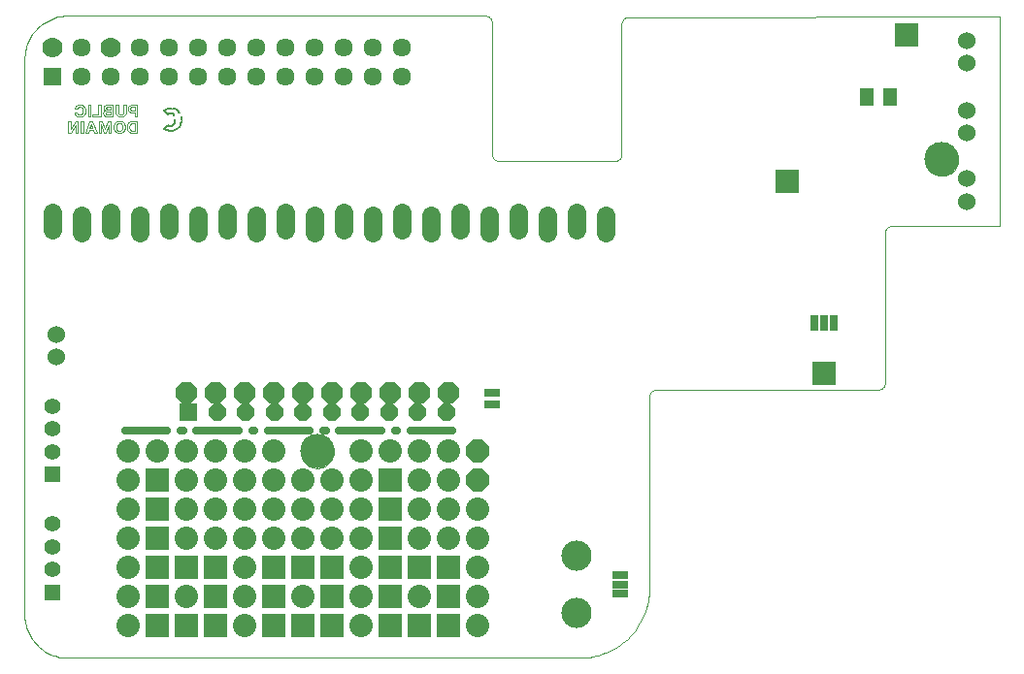
<source format=gbs>
G75*
G70*
%OFA0B0*%
%FSLAX24Y24*%
%IPPOS*%
%LPD*%
%AMOC8*
5,1,8,0,0,1.08239X$1,22.5*
%
%ADD10R,0.0450X0.0600*%
%ADD11C,0.0020*%
%ADD12C,0.0050*%
%ADD13C,0.0040*%
%ADD14C,0.0250*%
%ADD15C,0.0000*%
%ADD16R,0.0634X0.0634*%
%ADD17C,0.0700*%
%ADD18C,0.0634*%
%ADD19C,0.1182*%
%ADD20C,0.0600*%
%ADD21R,0.0555X0.0555*%
%ADD22C,0.0555*%
%ADD23C,0.0640*%
%ADD24OC8,0.0740*%
%ADD25C,0.1040*%
%ADD26R,0.0840X0.0840*%
%ADD27R,0.0540X0.0290*%
%ADD28R,0.0290X0.0540*%
%ADD29R,0.0594X0.0594*%
%ADD30OC8,0.0594*%
%ADD31C,0.0800*%
%ADD32R,0.0800X0.0800*%
%ADD33OC8,0.0800*%
D10*
X035799Y020724D03*
X036599Y020724D03*
D11*
X010737Y020451D02*
X010737Y020053D01*
X010650Y020053D01*
X010650Y020196D01*
X010534Y020196D01*
X010513Y020199D01*
X010496Y020206D01*
X010478Y020214D01*
X010464Y020223D01*
X010453Y020235D01*
X010442Y020247D01*
X010434Y020261D01*
X010429Y020276D01*
X010424Y020292D01*
X010422Y020307D01*
X010422Y020340D01*
X010424Y020356D01*
X010429Y020371D01*
X010434Y020386D01*
X010442Y020400D01*
X010453Y020412D01*
X010464Y020423D01*
X010478Y020433D01*
X010496Y020440D01*
X010513Y020447D01*
X010534Y020451D01*
X010737Y020451D01*
X010650Y020383D02*
X010650Y020264D01*
X010583Y020264D01*
X010573Y020264D01*
X010563Y020264D01*
X010554Y020266D01*
X010545Y020267D01*
X010536Y020270D01*
X010529Y020275D01*
X010522Y020279D01*
X010517Y020285D01*
X010512Y020293D01*
X010508Y020300D01*
X010506Y020311D01*
X010506Y020336D01*
X010508Y020346D01*
X010512Y020354D01*
X010517Y020362D01*
X010522Y020368D01*
X010529Y020372D01*
X010536Y020376D01*
X010544Y020379D01*
X010554Y020381D01*
X010563Y020382D01*
X010573Y020383D01*
X010650Y020383D01*
X010347Y020451D02*
X010347Y020149D01*
X010332Y020109D01*
X010303Y020083D01*
X010273Y020057D01*
X010232Y020044D01*
X010125Y020044D01*
X010084Y020057D01*
X010054Y020083D01*
X010024Y020109D01*
X010009Y020149D01*
X010009Y020451D01*
X010096Y020451D01*
X010096Y020174D01*
X010102Y020152D01*
X010114Y020138D01*
X010126Y020124D01*
X010147Y020117D01*
X010196Y020117D01*
X010210Y020119D01*
X010231Y020129D01*
X010239Y020136D01*
X010245Y020144D01*
X010251Y020152D01*
X010255Y020161D01*
X010257Y020171D01*
X010259Y020182D01*
X010260Y020193D01*
X010260Y020451D01*
X010347Y020451D01*
X009905Y020451D02*
X009905Y020053D01*
X009696Y020053D01*
X009679Y020055D01*
X009662Y020059D01*
X009645Y020064D01*
X009630Y020071D01*
X009617Y020080D01*
X009604Y020089D01*
X009593Y020101D01*
X009586Y020116D01*
X009578Y020131D01*
X009574Y020148D01*
X009574Y020193D01*
X009580Y020214D01*
X009592Y020232D01*
X009604Y020250D01*
X009622Y020262D01*
X009646Y020269D01*
X009629Y020278D01*
X009615Y020289D01*
X009606Y020302D01*
X009597Y020316D01*
X009593Y020332D01*
X009593Y020371D01*
X009596Y020387D01*
X009602Y020399D01*
X009608Y020412D01*
X009616Y020422D01*
X009628Y020430D01*
X009639Y020437D01*
X009652Y020443D01*
X009668Y020446D01*
X009683Y020449D01*
X009700Y020451D01*
X009905Y020451D01*
X009818Y020383D02*
X009818Y020290D01*
X009714Y020290D01*
X009702Y020294D01*
X009692Y020301D01*
X009682Y020309D01*
X009677Y020321D01*
X009677Y020347D01*
X009678Y020354D01*
X009682Y020360D01*
X009685Y020366D01*
X009690Y020371D01*
X009695Y020374D01*
X009701Y020377D01*
X009707Y020380D01*
X009714Y020381D01*
X009722Y020382D01*
X009729Y020383D01*
X009818Y020383D01*
X009818Y020230D02*
X009818Y020121D01*
X009716Y020121D01*
X009708Y020122D01*
X009701Y020123D01*
X009693Y020125D01*
X009686Y020128D01*
X009680Y020132D01*
X009674Y020136D01*
X009669Y020141D01*
X009666Y020148D01*
X009662Y020154D01*
X009660Y020163D01*
X009660Y020194D01*
X009666Y020208D01*
X009678Y020217D01*
X009689Y020226D01*
X009704Y020230D01*
X009818Y020230D01*
X009487Y020053D02*
X009487Y020451D01*
X009399Y020451D01*
X009399Y020126D01*
X009207Y020126D01*
X009207Y020053D01*
X009487Y020053D01*
X009536Y019893D02*
X009414Y019893D01*
X009414Y019495D01*
X009495Y019495D01*
X009495Y019777D01*
X009496Y019777D01*
X009593Y019495D01*
X009660Y019495D01*
X009757Y019774D01*
X009758Y019774D01*
X009758Y019495D01*
X009840Y019495D01*
X009840Y019893D01*
X009718Y019893D01*
X009625Y019619D01*
X009624Y019619D01*
X009536Y019893D01*
X009198Y019893D02*
X009347Y019495D01*
X009260Y019495D01*
X009229Y019583D01*
X009081Y019583D01*
X009051Y019495D01*
X008960Y019495D01*
X009108Y019893D01*
X009198Y019893D01*
X009154Y019795D02*
X009206Y019649D01*
X009103Y019649D01*
X009153Y019795D01*
X009154Y019795D01*
X009133Y020053D02*
X009133Y020451D01*
X009046Y020451D01*
X009046Y020053D01*
X009133Y020053D01*
X008936Y020144D02*
X008945Y020169D01*
X008954Y020194D01*
X008958Y020221D01*
X008958Y020280D01*
X008954Y020308D01*
X008945Y020333D01*
X008936Y020359D01*
X008923Y020381D01*
X008907Y020400D01*
X008890Y020419D01*
X008869Y020434D01*
X008845Y020444D01*
X008821Y020455D01*
X008794Y020461D01*
X008742Y020461D01*
X008721Y020457D01*
X008702Y020451D01*
X008682Y020445D01*
X008665Y020436D01*
X008634Y020412D01*
X008622Y020396D01*
X008602Y020361D01*
X008595Y020340D01*
X008593Y020317D01*
X008677Y020317D01*
X008679Y020327D01*
X008682Y020336D01*
X008687Y020345D01*
X008692Y020353D01*
X008699Y020360D01*
X008707Y020367D01*
X008714Y020373D01*
X008723Y020378D01*
X008733Y020382D01*
X008743Y020385D01*
X008753Y020387D01*
X008783Y020387D01*
X008800Y020383D01*
X008814Y020375D01*
X008827Y020368D01*
X008838Y020358D01*
X008847Y020345D01*
X008855Y020332D01*
X008861Y020317D01*
X008865Y020301D01*
X008869Y020285D01*
X008871Y020268D01*
X008871Y020233D01*
X008869Y020217D01*
X008861Y020186D01*
X008855Y020171D01*
X008847Y020159D01*
X008838Y020146D01*
X008827Y020136D01*
X008814Y020128D01*
X008800Y020121D01*
X008783Y020117D01*
X008737Y020117D01*
X008716Y020125D01*
X008701Y020141D01*
X008686Y020158D01*
X008677Y020179D01*
X008674Y020206D01*
X008590Y020206D01*
X008592Y020181D01*
X008597Y020159D01*
X008607Y020139D01*
X008616Y020119D01*
X008628Y020101D01*
X008658Y020073D01*
X008676Y020062D01*
X008696Y020055D01*
X008717Y020048D01*
X008739Y020044D01*
X008794Y020044D01*
X008821Y020049D01*
X008845Y020060D01*
X008869Y020070D01*
X008890Y020085D01*
X008907Y020104D01*
X008923Y020122D01*
X008936Y020144D01*
X008894Y019893D02*
X008807Y019893D01*
X008807Y019495D01*
X008894Y019495D01*
X008894Y019893D01*
X008701Y019893D02*
X008701Y019495D01*
X008619Y019495D01*
X008619Y019762D01*
X008618Y019762D01*
X008454Y019495D01*
X008367Y019495D01*
X008367Y019893D01*
X008448Y019893D01*
X008448Y019626D01*
X008449Y019626D01*
X008614Y019893D01*
X008701Y019893D01*
X009927Y019722D02*
X009927Y019663D01*
X009931Y019636D01*
X009940Y019611D01*
X009949Y019586D01*
X009962Y019564D01*
X009979Y019546D01*
X009995Y019527D01*
X010015Y019513D01*
X010064Y019491D01*
X010091Y019486D01*
X010152Y019486D01*
X010179Y019491D01*
X010203Y019502D01*
X010228Y019513D01*
X010248Y019527D01*
X010265Y019546D01*
X010281Y019564D01*
X010294Y019586D01*
X010303Y019611D01*
X010312Y019636D01*
X010316Y019663D01*
X010316Y019722D01*
X010312Y019750D01*
X010303Y019775D01*
X010294Y019801D01*
X010281Y019823D01*
X010265Y019842D01*
X010248Y019861D01*
X010228Y019876D01*
X010203Y019887D01*
X010179Y019897D01*
X010152Y019903D01*
X010091Y019903D01*
X010064Y019897D01*
X010015Y019876D01*
X009995Y019861D01*
X009979Y019842D01*
X009962Y019823D01*
X009949Y019801D01*
X009940Y019775D01*
X009931Y019750D01*
X009927Y019722D01*
X010014Y019710D02*
X010016Y019727D01*
X010024Y019759D01*
X010030Y019774D01*
X010038Y019787D01*
X010047Y019800D01*
X010058Y019810D01*
X010072Y019817D01*
X010085Y019825D01*
X010102Y019829D01*
X010141Y019829D01*
X010158Y019825D01*
X010172Y019817D01*
X010185Y019810D01*
X010196Y019800D01*
X010205Y019787D01*
X010213Y019774D01*
X010219Y019759D01*
X010223Y019743D01*
X010227Y019727D01*
X010229Y019710D01*
X010229Y019692D01*
X010229Y019676D01*
X010227Y019659D01*
X010223Y019644D01*
X010219Y019628D01*
X010213Y019613D01*
X010205Y019601D01*
X010196Y019588D01*
X010185Y019578D01*
X010172Y019570D01*
X010158Y019563D01*
X010141Y019559D01*
X010102Y019559D01*
X010085Y019563D01*
X010072Y019570D01*
X010058Y019578D01*
X010047Y019588D01*
X010038Y019601D01*
X010030Y019613D01*
X010024Y019628D01*
X010020Y019644D01*
X010016Y019659D01*
X010014Y019676D01*
X010014Y019710D01*
X010387Y019729D02*
X010387Y019667D01*
X010391Y019640D01*
X010398Y019616D01*
X010405Y019591D01*
X010416Y019570D01*
X010431Y019552D01*
X010446Y019534D01*
X010465Y019520D01*
X010487Y019510D01*
X010510Y019500D01*
X010536Y019495D01*
X010737Y019495D01*
X010737Y019893D01*
X010541Y019893D01*
X010517Y019889D01*
X010495Y019881D01*
X010473Y019873D01*
X010454Y019860D01*
X010438Y019844D01*
X010422Y019828D01*
X010410Y019807D01*
X010400Y019783D01*
X010391Y019758D01*
X010387Y019729D01*
X010476Y019726D02*
X010480Y019742D01*
X010484Y019759D01*
X010490Y019772D01*
X010499Y019784D01*
X010508Y019796D01*
X010519Y019804D01*
X010534Y019810D01*
X010549Y019817D01*
X010567Y019820D01*
X010650Y019820D01*
X010650Y019569D01*
X010573Y019569D01*
X010573Y019569D01*
X010560Y019569D01*
X010548Y019570D01*
X010536Y019575D01*
X010524Y019579D01*
X010514Y019586D01*
X010504Y019595D01*
X010495Y019604D01*
X010488Y019617D01*
X010482Y019632D01*
X010477Y019647D01*
X010474Y019666D01*
X010474Y019708D01*
X010476Y019726D01*
D12*
X011672Y019644D02*
X011728Y019703D01*
X011782Y019760D01*
X011823Y019725D01*
X011868Y019713D01*
X011923Y019735D01*
X011960Y019758D01*
X011985Y019790D01*
X012011Y019823D01*
X012026Y019867D01*
X012032Y019910D01*
X012034Y019924D02*
X012035Y019938D01*
X012035Y019951D01*
X011995Y020108D02*
X011988Y020119D01*
X011979Y020128D02*
X011956Y020155D01*
X011924Y020173D01*
X011849Y020173D01*
X011822Y020162D01*
X011802Y020148D01*
X011793Y020142D01*
X011786Y020135D02*
X011779Y020129D01*
X011727Y020183D01*
X011659Y020254D01*
X011694Y020284D01*
X011731Y020304D01*
X011767Y020316D01*
X011814Y020332D01*
X011858Y020336D01*
X011917Y020336D01*
X011942Y020334D01*
X011964Y020330D02*
X012036Y020318D01*
X012094Y020288D01*
X012140Y020245D01*
X012159Y020226D01*
X012177Y020205D02*
X012191Y020181D01*
X012244Y020045D02*
X012248Y020024D01*
X012251Y020004D01*
X012253Y019982D01*
X012254Y019958D02*
X012254Y019946D01*
X012252Y019894D02*
X012249Y019871D01*
X012243Y019829D01*
X012232Y019792D01*
X012217Y019759D01*
X012185Y019691D01*
X012136Y019645D01*
X012082Y019614D01*
X012020Y019579D01*
X011951Y019566D01*
X011854Y019566D01*
X011815Y019573D01*
X011780Y019585D01*
X011763Y019590D01*
X011746Y019597D01*
X011731Y019605D01*
X011716Y019613D01*
X011702Y019622D01*
X011688Y019631D01*
X011682Y019635D02*
X011677Y019640D01*
D13*
X011672Y019644D01*
X011682Y019635D02*
X011688Y019631D01*
X012032Y019910D02*
X012034Y019924D01*
X011988Y020119D02*
X011979Y020128D01*
X011793Y020142D02*
X011786Y020135D01*
X011942Y020334D02*
X011964Y020330D01*
X012159Y020226D02*
X012177Y020205D01*
X012253Y019982D02*
X012254Y019970D01*
X012254Y019958D01*
X012254Y019946D02*
X012254Y019919D01*
X012252Y019894D01*
D14*
X012236Y009274D02*
X012311Y009274D01*
X012774Y009274D02*
X014224Y009274D01*
X014686Y009274D02*
X014761Y009274D01*
X015224Y009274D02*
X016674Y009274D01*
X017136Y009274D02*
X017211Y009274D01*
X017674Y009274D02*
X019124Y009274D01*
X019586Y009274D02*
X019661Y009274D01*
X020124Y009274D02*
X021574Y009274D01*
X011774Y009274D02*
X010324Y009274D01*
D15*
X006865Y002944D02*
X006873Y022025D01*
X006875Y022101D01*
X006881Y022176D01*
X006890Y022252D01*
X006904Y022326D01*
X006921Y022400D01*
X006942Y022473D01*
X006967Y022545D01*
X006995Y022616D01*
X007026Y022685D01*
X007062Y022752D01*
X007100Y022818D01*
X007142Y022881D01*
X007187Y022942D01*
X007235Y023001D01*
X007286Y023058D01*
X007340Y023111D01*
X007396Y023162D01*
X007455Y023210D01*
X007516Y023255D01*
X007580Y023297D01*
X007645Y023336D01*
X007712Y023371D01*
X007782Y023402D01*
X007852Y023431D01*
X007924Y023455D01*
X007997Y023476D01*
X008071Y023493D01*
X008146Y023507D01*
X008221Y023516D01*
X008297Y023522D01*
X008373Y023524D01*
X022674Y023524D01*
X022704Y023522D01*
X022734Y023517D01*
X022763Y023508D01*
X022790Y023495D01*
X022816Y023480D01*
X022840Y023461D01*
X022861Y023440D01*
X022880Y023416D01*
X022895Y023390D01*
X022908Y023363D01*
X022917Y023334D01*
X022922Y023304D01*
X022924Y023274D01*
X022924Y018774D01*
X022926Y018744D01*
X022931Y018714D01*
X022940Y018685D01*
X022953Y018658D01*
X022968Y018632D01*
X022987Y018608D01*
X023008Y018587D01*
X023032Y018568D01*
X023058Y018553D01*
X023085Y018540D01*
X023114Y018531D01*
X023144Y018526D01*
X023174Y018524D01*
X027124Y018524D01*
X027154Y018526D01*
X027184Y018531D01*
X027213Y018540D01*
X027240Y018553D01*
X027266Y018568D01*
X027290Y018587D01*
X027311Y018608D01*
X027330Y018632D01*
X027345Y018658D01*
X027358Y018685D01*
X027367Y018714D01*
X027372Y018744D01*
X027374Y018774D01*
X027374Y023225D01*
X027376Y023255D01*
X027381Y023285D01*
X027390Y023314D01*
X027403Y023341D01*
X027418Y023367D01*
X027437Y023391D01*
X027458Y023412D01*
X027482Y023431D01*
X027508Y023446D01*
X027535Y023459D01*
X027564Y023468D01*
X027594Y023473D01*
X027624Y023475D01*
X040364Y023484D01*
X040364Y016304D01*
X036674Y016304D01*
X036644Y016302D01*
X036614Y016297D01*
X036585Y016288D01*
X036558Y016275D01*
X036532Y016260D01*
X036508Y016241D01*
X036487Y016220D01*
X036468Y016196D01*
X036453Y016170D01*
X036440Y016143D01*
X036431Y016114D01*
X036426Y016084D01*
X036424Y016054D01*
X036424Y010914D01*
X036422Y010884D01*
X036417Y010854D01*
X036408Y010825D01*
X036395Y010798D01*
X036380Y010772D01*
X036361Y010748D01*
X036340Y010727D01*
X036316Y010708D01*
X036290Y010693D01*
X036263Y010680D01*
X036234Y010671D01*
X036204Y010666D01*
X036174Y010664D01*
X028574Y010664D01*
X028544Y010662D01*
X028514Y010657D01*
X028485Y010648D01*
X028458Y010635D01*
X028432Y010620D01*
X028408Y010601D01*
X028387Y010580D01*
X028368Y010556D01*
X028353Y010530D01*
X028340Y010503D01*
X028331Y010474D01*
X028326Y010444D01*
X028324Y010414D01*
X028324Y003844D01*
X028321Y003730D01*
X028313Y003616D01*
X028300Y003502D01*
X028281Y003390D01*
X028256Y003278D01*
X028227Y003168D01*
X028192Y003059D01*
X028152Y002952D01*
X028107Y002847D01*
X028057Y002744D01*
X028002Y002644D01*
X027943Y002546D01*
X027879Y002452D01*
X027811Y002360D01*
X027738Y002272D01*
X027661Y002188D01*
X027580Y002107D01*
X027496Y002030D01*
X027408Y001957D01*
X027316Y001889D01*
X027222Y001825D01*
X027124Y001766D01*
X027024Y001711D01*
X026921Y001661D01*
X026816Y001616D01*
X026709Y001576D01*
X026600Y001541D01*
X026490Y001512D01*
X026378Y001487D01*
X026266Y001468D01*
X026152Y001455D01*
X026038Y001447D01*
X025924Y001444D01*
X008365Y001444D01*
X008289Y001446D01*
X008213Y001452D01*
X008138Y001461D01*
X008063Y001475D01*
X007989Y001492D01*
X007916Y001513D01*
X007844Y001537D01*
X007774Y001566D01*
X007705Y001597D01*
X007637Y001632D01*
X007572Y001671D01*
X007508Y001713D01*
X007447Y001758D01*
X007388Y001806D01*
X007332Y001857D01*
X007278Y001910D01*
X007227Y001967D01*
X007179Y002026D01*
X007134Y002087D01*
X007092Y002150D01*
X007054Y002216D01*
X007018Y002283D01*
X006987Y002352D01*
X006958Y002423D01*
X006934Y002495D01*
X006913Y002568D01*
X006896Y002642D01*
X006882Y002716D01*
X006873Y002792D01*
X006867Y002868D01*
X006865Y002944D01*
X016347Y008543D02*
X016349Y008590D01*
X016355Y008637D01*
X016364Y008683D01*
X016378Y008728D01*
X016395Y008772D01*
X016416Y008815D01*
X016440Y008855D01*
X016467Y008894D01*
X016498Y008930D01*
X016531Y008963D01*
X016567Y008994D01*
X016606Y009021D01*
X016646Y009045D01*
X016689Y009066D01*
X016733Y009083D01*
X016778Y009097D01*
X016824Y009106D01*
X016871Y009112D01*
X016918Y009114D01*
X016965Y009112D01*
X017012Y009106D01*
X017058Y009097D01*
X017103Y009083D01*
X017147Y009066D01*
X017190Y009045D01*
X017230Y009021D01*
X017269Y008994D01*
X017305Y008963D01*
X017338Y008930D01*
X017369Y008894D01*
X017396Y008855D01*
X017420Y008815D01*
X017441Y008772D01*
X017458Y008728D01*
X017472Y008683D01*
X017481Y008637D01*
X017487Y008590D01*
X017489Y008543D01*
X017487Y008496D01*
X017481Y008449D01*
X017472Y008403D01*
X017458Y008358D01*
X017441Y008314D01*
X017420Y008271D01*
X017396Y008231D01*
X017369Y008192D01*
X017338Y008156D01*
X017305Y008123D01*
X017269Y008092D01*
X017230Y008065D01*
X017190Y008041D01*
X017147Y008020D01*
X017103Y008003D01*
X017058Y007989D01*
X017012Y007980D01*
X016965Y007974D01*
X016918Y007972D01*
X016871Y007974D01*
X016824Y007980D01*
X016778Y007989D01*
X016733Y008003D01*
X016689Y008020D01*
X016646Y008041D01*
X016606Y008065D01*
X016567Y008092D01*
X016531Y008123D01*
X016498Y008156D01*
X016467Y008192D01*
X016440Y008231D01*
X016416Y008271D01*
X016395Y008314D01*
X016378Y008358D01*
X016364Y008403D01*
X016355Y008449D01*
X016349Y008496D01*
X016347Y008543D01*
X037792Y018586D02*
X037794Y018633D01*
X037800Y018680D01*
X037809Y018726D01*
X037823Y018771D01*
X037840Y018815D01*
X037861Y018858D01*
X037885Y018898D01*
X037912Y018937D01*
X037943Y018973D01*
X037976Y019006D01*
X038012Y019037D01*
X038051Y019064D01*
X038091Y019088D01*
X038134Y019109D01*
X038178Y019126D01*
X038223Y019140D01*
X038269Y019149D01*
X038316Y019155D01*
X038363Y019157D01*
X038410Y019155D01*
X038457Y019149D01*
X038503Y019140D01*
X038548Y019126D01*
X038592Y019109D01*
X038635Y019088D01*
X038675Y019064D01*
X038714Y019037D01*
X038750Y019006D01*
X038783Y018973D01*
X038814Y018937D01*
X038841Y018898D01*
X038865Y018858D01*
X038886Y018815D01*
X038903Y018771D01*
X038917Y018726D01*
X038926Y018680D01*
X038932Y018633D01*
X038934Y018586D01*
X038932Y018539D01*
X038926Y018492D01*
X038917Y018446D01*
X038903Y018401D01*
X038886Y018357D01*
X038865Y018314D01*
X038841Y018274D01*
X038814Y018235D01*
X038783Y018199D01*
X038750Y018166D01*
X038714Y018135D01*
X038675Y018108D01*
X038635Y018084D01*
X038592Y018063D01*
X038548Y018046D01*
X038503Y018032D01*
X038457Y018023D01*
X038410Y018017D01*
X038363Y018015D01*
X038316Y018017D01*
X038269Y018023D01*
X038223Y018032D01*
X038178Y018046D01*
X038134Y018063D01*
X038091Y018084D01*
X038051Y018108D01*
X038012Y018135D01*
X037976Y018166D01*
X037943Y018199D01*
X037912Y018235D01*
X037885Y018274D01*
X037861Y018314D01*
X037840Y018357D01*
X037823Y018401D01*
X037809Y018446D01*
X037800Y018492D01*
X037794Y018539D01*
X037792Y018586D01*
D16*
X007824Y021424D03*
D17*
X007824Y022424D03*
X009824Y022424D03*
D18*
X010824Y022424D03*
X011824Y022424D03*
X012824Y022424D03*
X013824Y022424D03*
X014824Y022424D03*
X015824Y022424D03*
X016824Y022424D03*
X017824Y022424D03*
X018824Y022424D03*
X019824Y022424D03*
X019824Y021424D03*
X018824Y021424D03*
X017824Y021424D03*
X016824Y021424D03*
X015824Y021424D03*
X014824Y021424D03*
X013824Y021424D03*
X012824Y021424D03*
X011824Y021424D03*
X010824Y021424D03*
X009824Y021424D03*
X008824Y021424D03*
X008824Y022424D03*
D19*
X016918Y008543D03*
X038363Y018586D03*
D20*
X039224Y017918D03*
X039224Y017131D03*
X039224Y019481D03*
X039224Y020268D03*
X039224Y021881D03*
X039224Y022668D03*
X007974Y012568D03*
X007974Y011781D03*
D21*
X007824Y007743D03*
X007824Y003693D03*
D22*
X007824Y004481D03*
X007824Y005268D03*
X007824Y006056D03*
X007824Y008531D03*
X007824Y009318D03*
X007824Y010106D03*
D23*
X008824Y016074D02*
X008824Y016674D01*
X007824Y016774D02*
X007824Y016174D01*
X009824Y016174D02*
X009824Y016774D01*
X010824Y016674D02*
X010824Y016074D01*
X011824Y016174D02*
X011824Y016774D01*
X012824Y016674D02*
X012824Y016074D01*
X013824Y016174D02*
X013824Y016774D01*
X014824Y016674D02*
X014824Y016074D01*
X015824Y016174D02*
X015824Y016774D01*
X016824Y016674D02*
X016824Y016074D01*
X017824Y016174D02*
X017824Y016774D01*
X018824Y016674D02*
X018824Y016074D01*
X019824Y016174D02*
X019824Y016774D01*
X020824Y016674D02*
X020824Y016074D01*
X021824Y016174D02*
X021824Y016774D01*
X022824Y016674D02*
X022824Y016074D01*
X023824Y016174D02*
X023824Y016774D01*
X024824Y016674D02*
X024824Y016074D01*
X025824Y016174D02*
X025824Y016774D01*
X026824Y016674D02*
X026824Y016074D01*
D24*
X021424Y010574D03*
X020424Y010574D03*
X019424Y010574D03*
X018424Y010574D03*
X017424Y010574D03*
X016424Y010574D03*
X015424Y010574D03*
X014424Y010574D03*
X013424Y010574D03*
X012424Y010574D03*
D25*
X025824Y004959D03*
X025824Y002990D03*
D26*
X034324Y011224D03*
X033074Y017824D03*
X037174Y022874D03*
D27*
X022924Y010574D03*
X022924Y010174D03*
X027324Y004294D03*
X027324Y003974D03*
X027324Y003654D03*
D28*
X034004Y012974D03*
X034324Y012974D03*
X034644Y012974D03*
D29*
X012495Y009899D03*
D30*
X013479Y009899D03*
X014463Y009899D03*
X015448Y009899D03*
X016432Y009899D03*
X017416Y009899D03*
X018400Y009899D03*
X019385Y009899D03*
X020369Y009899D03*
X021353Y009899D03*
D31*
X021424Y008574D03*
X020424Y008574D03*
X020424Y007574D03*
X021424Y007574D03*
X021424Y006574D03*
X022424Y006574D03*
X022424Y005574D03*
X021424Y005574D03*
X020424Y005574D03*
X020424Y006574D03*
X018424Y006574D03*
X017424Y006574D03*
X016424Y006574D03*
X015424Y006574D03*
X014424Y006574D03*
X013424Y006574D03*
X012424Y006574D03*
X012424Y005574D03*
X013424Y005574D03*
X014424Y005574D03*
X015424Y005574D03*
X016424Y005574D03*
X017424Y005574D03*
X018424Y005574D03*
X018424Y004574D03*
X018424Y003574D03*
X018424Y002574D03*
X016424Y003574D03*
X014424Y003574D03*
X014424Y004574D03*
X012424Y003574D03*
X014424Y002574D03*
X010424Y002574D03*
X010424Y003574D03*
X010424Y004574D03*
X010424Y005574D03*
X010424Y006574D03*
X010424Y007574D03*
X010424Y008574D03*
X011424Y008574D03*
X012424Y008574D03*
X013424Y008574D03*
X014424Y008574D03*
X015424Y008574D03*
X015424Y007574D03*
X014424Y007574D03*
X013424Y007574D03*
X012424Y007574D03*
X016424Y007574D03*
X017424Y007574D03*
X018424Y007574D03*
X018424Y008574D03*
X019424Y008574D03*
X022424Y004574D03*
X022424Y003574D03*
X022424Y002574D03*
X020424Y003574D03*
D32*
X021424Y003574D03*
X021424Y004574D03*
X020424Y004574D03*
X019424Y004574D03*
X019424Y003574D03*
X019424Y002574D03*
X020424Y002574D03*
X021424Y002574D03*
X017424Y002574D03*
X016424Y002574D03*
X015424Y002574D03*
X015424Y003574D03*
X015424Y004574D03*
X016424Y004574D03*
X017424Y004574D03*
X017424Y003574D03*
X019424Y005574D03*
X019424Y006574D03*
X019424Y007574D03*
X013424Y004574D03*
X012424Y004574D03*
X011424Y004574D03*
X011424Y003574D03*
X011424Y002574D03*
X012424Y002574D03*
X013424Y002574D03*
X013424Y003574D03*
X011424Y005574D03*
X011424Y006574D03*
X011424Y007574D03*
D33*
X022424Y007574D03*
X022424Y008574D03*
M02*

</source>
